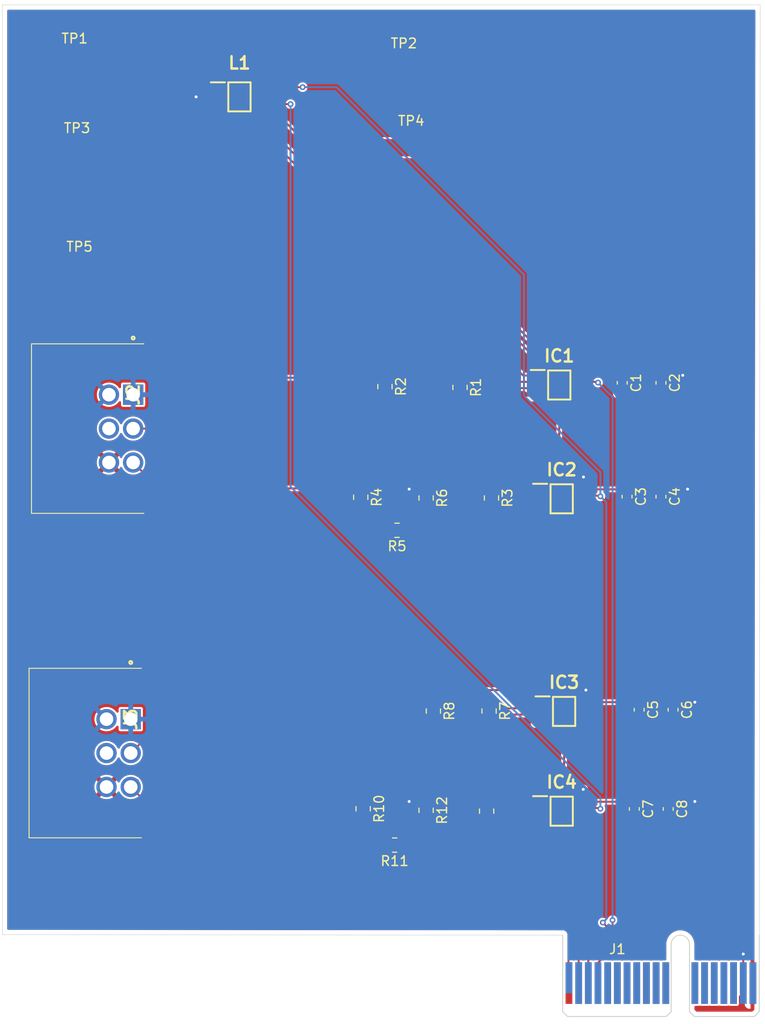
<source format=kicad_pcb>
(kicad_pcb (version 20241229) (generator "pcbnew") (generator_version "9.0")
  (layers (0 "F.Cu" signal) (2 "B.Cu" signal) (13 "F.Paste" user) (15 "B.Paste" user) (5 "F.SilkS" user "F.Silkscreen") (7 "B.SilkS" user "B.Silkscreen") (1 "F.Mask" user) (3 "B.Mask" user) (25 "Edge.Cuts" user))
  (net 0 "")
  (net 1 "GND")
  (net 2 "/V_{ref}")
  (net 3 "+12V")
  (net 4 "/T_{1-}")
  (net 5 "Net-(IC2-+IN)")
  (net 6 "/T_{1out}")
  (net 7 "/+2V5")
  (net 8 "/S_{1+}")
  (net 9 "Net-(IC2-RG_1)")
  (net 10 "Net-(IC3-RG_1)")
  (net 11 "/S_{1out}")
  (net 12 "Net-(IC3-RG_2)")
  (net 13 "Net-(IC2-RG_2)")
  (net 14 "Net-(IC4-RG_2)")
  (net 15 "/S_{2out}")
  (net 16 "/S_{2+}")
  (net 17 "Net-(IC4-RG_1)")
  (net 18 "/T_{2out}")
  (net 19 "/T_{2-}")
  (net 50 "/T_{2test}")
  (net 51 "/S_{1test}")
  (net 52 "/T_{1test}")
  (net 53 "/S_{2test}")
  (net 56 "Net-(IC1-RG_2)")
  (net 57 "Net-(IC1-RG_1)")
  (net 58 "Net-(IC4-+IN)")
  (footprint "Resistor_SMD:R_0805_2012Metric" (layer "F.Cu") (at 128 77.6625 -90)
    (property "Reference" "R3" (at 0 -1.65 270) (layer "F.SilkS"))
    (property "Value" "R_{g2}")
    (fp_line (start -0.227064 0.735) (end 0.227064 0.735) (stroke (width 0.12)) (layer "F.SilkS"))
    (fp_line (start -0.227064 -0.735) (end 0.227064 -0.735) (stroke (width 0.12)) (layer "F.SilkS"))
    (pad "1" smd roundrect (at -0.9125 0 270) (size 1.025 1.4) (layers "F.Cu" "F.Mask" "F.Paste") (roundrect_rratio 0.243902) (net 9 "Net-(IC2-RG_1)"))
    (pad "2" smd roundrect (at 0.9125 0 270) (size 1.025 1.4) (layers "F.Cu" "F.Mask" "F.Paste") (roundrect_rratio 0.243902) (net 13 "Net-(IC2-RG_2)"))
  )
  (footprint "Link Footprints:AD8221TRMZ" (layer "F.Cu") (at 135 66)
    (property "Reference" "IC1" (at 0 -3 0) (layer "F.SilkS") (effects (font (size 1.27 1.27) (thickness 0.254))))
    (property "Value" "AD8221TRMZ-EP" (hide yes))
    (property "Field4" "" (at 0 0 0) (layer "F.SilkS") (effects (font (thickness 0.1))))
    (fp_line (start -2.95 -1.55) (end -1.5 -1.55) (stroke (width 0.2)) (layer "F.SilkS"))
    (fp_line (start -1.15 -1.5) (end 1.15 -1.5) (stroke (width 0.2)) (layer "F.SilkS"))
    (fp_line (start -1.15 1.5) (end -1.15 -1.5) (stroke (width 0.2)) (layer "F.SilkS"))
    (fp_line (start 1.15 -1.5) (end 1.15 1.5) (stroke (width 0.2)) (layer "F.SilkS"))
    (fp_line (start 1.15 1.5) (end -1.15 1.5) (stroke (width 0.2)) (layer "F.SilkS"))
    (pad "1" smd rect (at -2.225 -0.975 90) (size 0.45 1.45) (layers "F.Cu" "F.Mask" "F.Paste") (net 8 "/S_{1+}"))
    (pad "2" smd rect (at -2.225 -0.325 90) (size 0.45 1.45) (layers "F.Cu" "F.Mask" "F.Paste") (net 57 "Net-(IC1-RG_1)"))
    (pad "3" smd rect (at -2.225 0.325 90) (size 0.45 1.45) (layers "F.Cu" "F.Mask" "F.Paste") (net 56 "Net-(IC1-RG_2)"))
    (pad "4" smd rect (at -2.225 0.975 90) (size 0.45 1.45) (layers "F.Cu" "F.Mask" "F.Paste") (net 1 "GND"))
    (pad "5" smd rect (at 2.225 0.975 90) (size 0.45 1.45) (layers "F.Cu" "F.Mask" "F.Paste") (net 1 "GND"))
    (pad "6" smd rect (at 2.225 0.325 90) (size 0.45 1.45) (layers "F.Cu" "F.Mask" "F.Paste") (net 7 "/+2V5"))
    (pad "7" smd rect (at 2.225 -0.325 90) (size 0.45 1.45) (layers "F.Cu" "F.Mask" "F.Paste") (net 11 "/S_{1out}"))
    (pad "8" smd rect (at 2.225 -0.975 90) (size 0.45 1.45) (layers "F.Cu" "F.Mask" "F.Paste") (net 3 "+12V"))
  )
  (footprint "Resistor_SMD:R_0805_2012Metric" (layer "F.Cu") (at 118.25 81 180)
    (property "Reference" "R5" (at 0 -1.65 180) (layer "F.SilkS"))
    (property "Value" "R")
    (fp_line (start -0.227064 0.735) (end 0.227064 0.735) (stroke (width 0.12)) (layer "F.SilkS"))
    (fp_line (start -0.227064 -0.735) (end 0.227064 -0.735) (stroke (width 0.12)) (layer "F.SilkS"))
    (pad "1" smd roundrect (at -0.9125 0 180) (size 1.025 1.4) (layers "F.Cu" "F.Mask" "F.Paste") (roundrect_rratio 0.243902) (net 5 "Net-(IC2-+IN)"))
    (pad "2" smd roundrect (at 0.9125 0 180) (size 1.025 1.4) (layers "F.Cu" "F.Mask" "F.Paste") (roundrect_rratio 0.243902) (net 1 "GND"))
  )
  (footprint "Connector_PCBEdge:BUS_PCIexpress_x1" (layer "F.Cu") (at 136 127.75)
    (property "Reference" "J1" (at 5 -3.5 0) (layer "F.SilkS"))
    (property "Value" "PCIE-036-02-X-D-TH")
    (fp_line (start -0.65 -4.95) (end -0.65 2.95) (stroke (width 0.1)) (layer "Edge.Cuts"))
    (fp_line (start -0.65 2.95) (end -0.15 3.45) (stroke (width 0.1)) (layer "Edge.Cuts"))
    (fp_line (start -0.15 3.45) (end 10.05 3.45) (stroke (width 0.1)) (layer "Edge.Cuts"))
    (fp_line (start 10.55 -4) (end 10.55 2.95) (stroke (width 0.1)) (layer "Edge.Cuts"))
    (fp_line (start 10.55 2.95) (end 10.05 3.45) (stroke (width 0.1)) (layer "Edge.Cuts"))
    (fp_line (start 12.45 -4) (end 12.45 2.95) (stroke (width 0.1)) (layer "Edge.Cuts"))
    (fp_line (start 12.45 2.95) (end 12.95 3.45) (stroke (width 0.1)) (layer "Edge.Cuts"))
    (fp_line (start 12.95 3.45) (end 19.15 3.45) (stroke (width 0.1)) (layer "Edge.Cuts"))
    (fp_line (start 19.65 -4.95) (end 19.65 2.95) (stroke (width 0.1)) (layer "Edge.Cuts"))
    (fp_line (start 19.65 2.95) (end 19.15 3.45) (stroke (width 0.1)) (layer "Edge.Cuts"))
    (fp_arc (start 10.55 -4) (mid 11.5 -4.95) (end 12.45 -4) (stroke (width 0.1)) (layer "Edge.Cuts"))
    (pad "A1" connect rect (at 0 -0.55) (size 0.7 3.2) (layers "B.Cu" "B.Mask"))
    (pad "A2" connect rect (at 1 0) (size 0.7 4.3) (layers "B.Cu" "B.Mask"))
    (pad "A3" connect rect (at 2 0) (size 0.7 4.3) (layers "B.Cu" "B.Mask"))
    (pad "A4" connect rect (at 3 0) (size 0.7 4.3) (layers "B.Cu" "B.Mask"))
    (pad "A5" connect rect (at 4 0) (size 0.7 4.3) (layers "B.Cu" "B.Mask"))
    (pad "A6" connect rect (at 5 0) (size 0.7 4.3) (layers "B.Cu" "B.Mask"))
    (pad "A7" connect rect (at 6 0) (size 0.7 4.3) (layers "B.Cu" "B.Mask"))
    (pad "A8" connect rect (at 7 0) (size 0.7 4.3) (layers "B.Cu" "B.Mask"))
    (pad "A9" connect rect (at 8 0) (size 0.7 4.3) (layers "B.Cu" "B.Mask"))
    (pad "A10" connect rect (at 9 0) (size 0.7 4.3) (layers "B.Cu" "B.Mask"))
    (pad "A11" connect rect (at 10 0) (size 0.7 4.3) (layers "B.Cu" "B.Mask"))
    (pad "A12" connect rect (at 13 0) (size 0.7 4.3) (layers "B.Cu" "B.Mask"))
    (pad "A13" connect rect (at 14 0) (size 0.7 4.3) (layers "B.Cu" "B.Mask"))
    (pad "A14" connect rect (at 15 0) (size 0.7 4.3) (layers "B.Cu" "B.Mask"))
    (pad "A15" connect rect (at 16 0) (size 0.7 4.3) (layers "B.Cu" "B.Mask"))
    (pad "A16" connect rect (at 17 0) (size 0.7 4.3) (layers "B.Cu" "B.Mask"))
    (pad "A17" connect rect (at 18 0) (size 0.7 4.3) (layers "B.Cu" "B.Mask"))
    (pad "A18" connect rect (at 19 0) (size 0.7 4.3) (layers "B.Cu" "B.Mask"))
    (pad "B1" connect rect (at 0 0) (size 0.7 4.3) (layers "F.Cu" "F.Mask") (net 15 "/S_{2out}"))
    (pad "B2" connect rect (at 1 0) (size 0.7 4.3) (layers "F.Cu" "F.Mask") (net 18 "/T_{2out}"))
    (pad "B3" connect rect (at 2 0) (size 0.7 4.3) (layers "F.Cu" "F.Mask") (net 6 "/T_{1out}"))
    (pad "B4" connect rect (at 3 0) (size 0.7 4.3) (layers "F.Cu" "F.Mask") (net 11 "/S_{1out}"))
    (pad "B5" connect rect (at 4 0) (size 0.7 4.3) (layers "F.Cu" "F.Mask"))
    (pad "B6" connect rect (at 5 0) (size 0.7 4.3) (layers "F.Cu" "F.Mask"))
    (pad "B7" connect rect (at 6 0) (size 0.7 4.3) (layers "F.Cu" "F.Mask"))
    (pad "B8" connect rect (at 7 0) (size 0.7 4.3) (layers "F.Cu" "F.Mask"))
    (pad "B9" connect rect (at 8 0) (size 0.7 4.3) (layers "F.Cu" "F.Mask"))
    (pad "B10" connect rect (at 9 0) (size 0.7 4.3) (layers "F.Cu" "F.Mask"))
    (pad "B11" connect rect (at 10 0) (size 0.7 4.3) (layers "F.Cu" "F.Mask"))
    (pad "B12" connect rect (at 13 0) (size 0.7 4.3) (layers "F.Cu" "F.Mask"))
    (pad "B13" connect rect (at 14 0) (size 0.7 4.3) (layers "F.Cu" "F.Mask"))
    (pad "B14" connect rect (at 15 0) (size 0.7 4.3) (layers "F.Cu" "F.Mask"))
    (pad "B15" connect rect (at 16 0) (size 0.7 4.3) (layers "F.Cu" "F.Mask"))
    (pad "B16" connect rect (at 17 0) (size 0.7 4.3) (layers "F.Cu" "F.Mask"))
    (pad "B17" connect rect (at 18 -0.55) (size 0.7 3.2) (layers "F.Cu" "F.Mask") (net 3 "+12V"))
    (pad "B18" connect rect (at 19 0) (size 0.7 4.3) (layers "F.Cu" "F.Mask") (net 1 "GND"))
  )
  (footprint "Link Footprints:Keystone_5017" (layer "F.Cu") (at 117.75 33.5)
    (property "Reference" "TP2" (at 1.21 -2.775 0) (layer "F.SilkS"))
    (property "Value" "T1")
    (pad "TP" smd rect (at 0 0) (size 3.43 1.78) (layers "F.Cu" "F.Mask" "F.Paste"))
  )
  (footprint "Capacitor_SMD:C_0603_1608Metric" (layer "F.Cu") (at 146.75 99.525 -90)
    (property "Reference" "C6" (at 0 -1.43 90) (layer "F.SilkS"))
    (property "Value" "10 uF")
    (fp_line (start -0.14058 0.51) (end 0.14058 0.51) (stroke (width 0.12)) (layer "F.SilkS"))
    (fp_line (start -0.14058 -0.51) (end 0.14058 -0.51) (stroke (width 0.12)) (layer "F.SilkS"))
    (pad "1" smd roundrect (at -0.775 0 270) (size 0.9 0.95) (layers "F.Cu" "F.Mask" "F.Paste") (net 3 "+12V"))
    (pad "2" smd roundrect (at 0.775 0 270) (size 0.9 0.95) (layers "F.Cu" "F.Mask" "F.Paste") (net 1 "GND"))
  )
  (footprint "Link Footprints:AD8244ARMZ" (layer "F.Cu") (at 101.975 36.25)
    (property "Reference" "L1" (at 0 -3.5 0) (layer "F.SilkS") (effects (font (size 1.27 1.27) (thickness 0.254))))
    (property "Value" "AD8244ARMZ" (hide yes))
    (fp_line (start -2.95 -1.5) (end -1.5 -1.5) (stroke (width 0.2)) (layer "F.SilkS"))
    (fp_line (start -1.15 -1.5) (end 1.15 -1.5) (stroke (width 0.2)) (layer "F.SilkS"))
    (fp_line (start -1.15 1.5) (end -1.15 -1.5) (stroke (width 0.2)) (layer "F.SilkS"))
    (fp_line (start 1.15 -1.5) (end 1.15 1.5) (stroke (width 0.2)) (layer "F.SilkS"))
    (fp_line (start 1.15 1.5) (end -1.15 1.5) (stroke (width 0.2)) (layer "F.SilkS"))
    (pad "1" smd rect (at -2.225 -1 90) (size 0.3 1.45) (layers "F.Cu" "F.Mask" "F.Paste") (net 11 "/S_{1out}"))
    (pad "2" smd rect (at -2.225 -0.5 90) (size 0.3 1.45) (layers "F.Cu" "F.Mask" "F.Paste") (net 51 "/S_{1test}"))
    (pad "3" smd rect (at -2.225 0 90) (size 0.3 1.45) (layers "F.Cu" "F.Mask" "F.Paste") (net 3 "+12V"))
    (pad "4" smd rect (at -2.225 0.5 90) (size 0.3 1.45) (layers "F.Cu" "F.Mask" "F.Paste") (net 53 "/S_{2test}"))
    (pad "5" smd rect (at -2.225 1 90) (size 0.3 1.45) (layers "F.Cu" "F.Mask" "F.Paste") (net 15 "/S_{2out}"))
    (pad "6" smd rect (at 2.225 1 90) (size 0.3 1.45) (layers "F.Cu" "F.Mask" "F.Paste") (net 50 "/T_{2test}"))
    (pad "7" smd rect (at 2.225 0.5 90) (size 0.3 1.45) (layers "F.Cu" "F.Mask" "F.Paste") (net 18 "/T_{2out}"))
    (pad "8" smd rect (at 2.225 0 90) (size 0.3 1.45) (layers "F.Cu" "F.Mask" "F.Paste") (net 1 "GND"))
    (pad "9" smd rect (at 2.225 -0.5 90) (size 0.3 1.45) (layers "F.Cu" "F.Mask" "F.Paste") (net 6 "/T_{1out}"))
    (pad "10" smd rect (at 2.225 -1 90) (size 0.3 1.45) (layers "F.Cu" "F.Mask" "F.Paste") (net 52 "/T_{1test}"))
  )
  (footprint "Resistor_SMD:R_0805_2012Metric" (layer "F.Cu") (at 121.25 109.9125 -90)
    (property "Reference" "R12" (at 0 -1.65 270) (layer "F.SilkS"))
    (property "Value" "R")
    (fp_line (start -0.227064 0.735) (end 0.227064 0.735) (stroke (width 0.12)) (layer "F.SilkS"))
    (fp_line (start -0.227064 -0.735) (end 0.227064 -0.735) (stroke (width 0.12)) (layer "F.SilkS"))
    (pad "1" smd roundrect (at -0.9125 0 270) (size 1.025 1.4) (layers "F.Cu" "F.Mask" "F.Paste") (roundrect_rratio 0.243902) (net 3 "+12V"))
    (pad "2" smd roundrect (at 0.9125 0 270) (size 1.025 1.4) (layers "F.Cu" "F.Mask" "F.Paste") (roundrect_rratio 0.243902) (net 58 "Net-(IC4-+IN)"))
  )
  (footprint "Resistor_SMD:R_0805_2012Metric" (layer "F.Cu") (at 122 99.6625 -90)
    (property "Reference" "R8" (at 0 -1.65 270) (layer "F.SilkS"))
    (property "Value" "R_{shunt}")
    (fp_line (start -0.227064 0.735) (end 0.227064 0.735) (stroke (width 0.12)) (layer "F.SilkS"))
    (fp_line (start -0.227064 -0.735) (end 0.227064 -0.735) (stroke (width 0.12)) (layer "F.SilkS"))
    (pad "1" smd roundrect (at -0.9125 0 270) (size 1.025 1.4) (layers "F.Cu" "F.Mask" "F.Paste") (roundrect_rratio 0.243902) (net 16 "/S_{2+}"))
    (pad "2" smd roundrect (at 0.9125 0 270) (size 1.025 1.4) (layers "F.Cu" "F.Mask" "F.Paste") (roundrect_rratio 0.243902) (net 1 "GND"))
  )
  (footprint "Resistor_SMD:R_0805_2012Metric" (layer "F.Cu") (at 127.5 110 -90)
    (property "Reference" "R9" (hide yes))
    (property "Value" "R_{g4}")
    (fp_line (start -0.227064 0.735) (end 0.227064 0.735) (stroke (width 0.12)) (layer "F.SilkS"))
    (fp_line (start -0.227064 -0.735) (end 0.227064 -0.735) (stroke (width 0.12)) (layer "F.SilkS"))
    (pad "1" smd roundrect (at -0.9125 0 270) (size 1.025 1.4) (layers "F.Cu" "F.Mask" "F.Paste") (roundrect_rratio 0.243902) (net 17 "Net-(IC4-RG_1)"))
    (pad "2" smd roundrect (at 0.9125 0 270) (size 1.025 1.4) (layers "F.Cu" "F.Mask" "F.Paste") (roundrect_rratio 0.243902) (net 14 "Net-(IC4-RG_2)"))
  )
  (footprint "Link Footprints:AD8221TRMZ" (layer "F.Cu") (at 135.5 99.7)
    (property "Reference" "IC3" (at 0 -3 0) (layer "F.SilkS") (effects (font (size 1.27 1.27) (thickness 0.254))))
    (property "Value" "AD8221TRMZ-EP" (hide yes))
    (property "Field4" "" (at 0 0 0) (layer "F.SilkS") (effects (font (thickness 0.1))))
    (fp_line (start -2.95 -1.55) (end -1.5 -1.55) (stroke (width 0.2)) (layer "F.SilkS"))
    (fp_line (start -1.15 -1.5) (end 1.15 -1.5) (stroke (width 0.2)) (layer "F.SilkS"))
    (fp_line (start -1.15 1.5) (end -1.15 -1.5) (stroke (width 0.2)) (layer "F.SilkS"))
    (fp_line (start 1.15 -1.5) (end 1.15 1.5) (stroke (width 0.2)) (layer "F.SilkS"))
    (fp_line (start 1.15 1.5) (end -1.15 1.5) (stroke (width 0.2)) (layer "F.SilkS"))
    (pad "1" smd rect (at -2.225 -0.975 90) (size 0.45 1.45) (layers "F.Cu" "F.Mask" "F.Paste") (net 16 "/S_{2+}"))
    (pad "2" smd rect (at -2.225 -0.325 90) (size 0.45 1.45) (layers "F.Cu" "F.Mask" "F.Paste") (net 10 "Net-(IC3-RG_1)"))
    (pad "3" smd rect (at -2.225 0.325 90) (size 0.45 1.45) (layers "F.Cu" "F.Mask" "F.Paste") (net 12 "Net-(IC3-RG_2)"))
    (pad "4" smd rect (at -2.225 0.975 90) (size 0.45 1.45) (layers "F.Cu" "F.Mask" "F.Paste") (net 1 "GND"))
    (pad "5" smd rect (at 2.225 0.975 90) (size 0.45 1.45) (layers "F.Cu" "F.Mask" "F.Paste") (net 1 "GND"))
    (pad "6" smd rect (at 2.225 0.325 90) (size 0.45 1.45) (layers "F.Cu" "F.Mask" "F.Paste") (net 7 "/+2V5"))
    (pad "7" smd rect (at 2.225 -0.325 90) (size 0.45 1.45) (layers "F.Cu" "F.Mask" "F.Paste") (net 15 "/S_{2out}"))
    (pad "8" smd rect (at 2.225 -0.975 90) (size 0.45 1.45) (layers "F.Cu" "F.Mask" "F.Paste") (net 3 "+12V"))
  )
  (footprint "Resistor_SMD:R_0805_2012Metric" (layer "F.Cu") (at 114.75 109.75 -90)
    (property "Reference" "R10" (at 0 -1.65 270) (layer "F.SilkS"))
    (property "Value" "R")
    (fp_line (start -0.227064 0.735) (end 0.227064 0.735) (stroke (width 0.12)) (layer "F.SilkS"))
    (fp_line (start -0.227064 -0.735) (end 0.227064 -0.735) (stroke (width 0.12)) (layer "F.SilkS"))
    (pad "1" smd roundrect (at -0.9125 0 270) (size 1.025 1.4) (layers "F.Cu" "F.Mask" "F.Paste") (roundrect_rratio 0.243902) (net 19 "/T_{2-}"))
    (pad "2" smd roundrect (at 0.9125 0 270) (size 1.025 1.4) (layers "F.Cu" "F.Mask" "F.Paste") (roundrect_rratio 0.243902) (net 1 "GND"))
  )
  (footprint "Resistor_SMD:R_0805_2012Metric" (layer "F.Cu") (at 121.25 77.6625 -90)
    (property "Reference" "R6" (at 0 -1.65 270) (layer "F.SilkS"))
    (property "Value" "R")
    (fp_line (start -0.227064 0.735) (end 0.227064 0.735) (stroke (width 0.12)) (layer "F.SilkS"))
    (fp_line (start -0.227064 -0.735) (end 0.227064 -0.735) (stroke (width 0.12)) (layer "F.SilkS"))
    (pad "1" smd roundrect (at -0.9125 0 270) (size 1.025 1.4) (layers "F.Cu" "F.Mask" "F.Paste") (roundrect_rratio 0.243902) (net 3 "+12V"))
    (pad "2" smd roundrect (at 0.9125 0 270) (size 1.025 1.4) (layers "F.Cu" "F.Mask" "F.Paste") (roundrect_rratio 0.243902) (net 5 "Net-(IC2-+IN)"))
  )
  (footprint "Capacitor_SMD:C_0603_1608Metric" (layer "F.Cu") (at 145.5 77.525 -90)
    (property "Reference" "C4" (at 0 -1.43 90) (layer "F.SilkS"))
    (property "Value" "10 uF")
    (fp_line (start -0.14058 0.51) (end 0.14058 0.51) (stroke (width 0.12)) (layer "F.SilkS"))
    (fp_line (start -0.14058 -0.51) (end 0.14058 -0.51) (stroke (width 0.12)) (layer "F.SilkS"))
    (pad "1" smd roundrect (at -0.775 0 270) (size 0.9 0.95) (layers "F.Cu" "F.Mask" "F.Paste") (net 3 "+12V"))
    (pad "2" smd roundrect (at 0.775 0 270) (size 0.9 0.95) (layers "F.Cu" "F.Mask" "F.Paste") (net 1 "GND"))
  )
  (footprint "Resistor_SMD:R_0805_2012Metric" (layer "F.Cu") (at 117 66.1625 -90)
    (property "Reference" "R2" (at 0 -1.65 270) (layer "F.SilkS"))
    (property "Value" "R_{shunt}")
    (fp_line (start -0.227064 0.735) (end 0.227064 0.735) (stroke (width 0.12)) (layer "F.SilkS"))
    (fp_line (start -0.227064 -0.735) (end 0.227064 -0.735) (stroke (width 0.12)) (layer "F.SilkS"))
    (pad "1" smd roundrect (at -0.9125 0 270) (size 1.025 1.4) (layers "F.Cu" "F.Mask" "F.Paste") (roundrect_rratio 0.243902) (net 8 "/S_{1+}"))
    (pad "2" smd roundrect (at 0.9125 0 270) (size 1.025 1.4) (layers "F.Cu" "F.Mask" "F.Paste") (roundrect_rratio 0.243902) (net 1 "GND"))
  )
  (footprint "Capacitor_SMD:C_0603_1608Metric" (layer "F.Cu") (at 141.5 65.775 -90)
    (property "Reference" "C1" (at 0 -1.43 270) (layer "F.SilkS"))
    (property "Value" "0.1 uF")
    (fp_line (start -0.14058 0.51) (end 0.14058 0.51) (stroke (width 0.12)) (layer "F.SilkS"))
    (fp_line (start -0.14058 -0.51) (end 0.14058 -0.51) (stroke (width 0.12)) (layer "F.SilkS"))
    (pad "1" smd roundrect (at -0.775 0 270) (size 0.9 0.95) (layers "F.Cu" "F.Mask" "F.Paste") (net 3 "+12V"))
    (pad "2" smd roundrect (at 0.775 0 270) (size 0.9 0.95) (layers "F.Cu" "F.Mask" "F.Paste") (net 1 "GND"))
  )
  (footprint "Resistor_SMD:R_0805_2012Metric" (layer "F.Cu") (at 118 113.5 180)
    (property "Reference" "R11" (at 0 -1.65 180) (layer "F.SilkS"))
    (property "Value" "R")
    (fp_line (start -0.227064 0.735) (end 0.227064 0.735) (stroke (width 0.12)) (layer "F.SilkS"))
    (fp_line (start -0.227064 -0.735) (end 0.227064 -0.735) (stroke (width 0.12)) (layer "F.SilkS"))
    (pad "1" smd roundrect (at -0.9125 0 180) (size 1.025 1.4) (layers "F.Cu" "F.Mask" "F.Paste") (roundrect_rratio 0.243902) (net 58 "Net-(IC4-+IN)"))
    (pad "2" smd roundrect (at 0.9125 0 180) (size 1.025 1.4) (layers "F.Cu" "F.Mask" "F.Paste") (roundrect_rratio 0.243902) (net 1 "GND"))
  )
  (footprint "Resistor_SMD:R_0805_2012Metric" (layer "F.Cu") (at 127.75 99.6625 -90)
    (property "Reference" "R7" (at 0 -1.65 270) (layer "F.SilkS"))
    (property "Value" "R_{g3}")
    (fp_line (start -0.227064 0.735) (end 0.227064 0.735) (stroke (width 0.12)) (layer "F.SilkS"))
    (fp_line (start -0.227064 -0.735) (end 0.227064 -0.735) (stroke (width 0.12)) (layer "F.SilkS"))
    (pad "1" smd roundrect (at -0.9125 0 270) (size 1.025 1.4) (layers "F.Cu" "F.Mask" "F.Paste") (roundrect_rratio 0.243902) (net 10 "Net-(IC3-RG_1)"))
    (pad "2" smd roundrect (at 0.9125 0 270) (size 1.025 1.4) (layers "F.Cu" "F.Mask" "F.Paste") (roundrect_rratio 0.243902) (net 12 "Net-(IC3-RG_2)"))
  )
  (footprint "Link Footprints:Keystone_5017" (layer "F.Cu") (at 83.75 33)
    (property "Reference" "TP1" (at 1.21 -2.775 0) (layer "F.SilkS"))
    (property "Value" "S1")
    (pad "TP" smd rect (at 0 0) (size 3.43 1.78) (layers "F.Cu" "F.Mask" "F.Paste"))
  )
  (footprint "Link Footprints:AD8221TRMZ" (layer "F.Cu") (at 135.25 77.75)
    (property "Reference" "IC2" (at 0 -3 0) (layer "F.SilkS") (effects (font (size 1.27 1.27) (thickness 0.254))))
    (property "Value" "AD8221TRMZ-EP" (hide yes))
    (property "Field4" "" (at 0 0 0) (layer "F.SilkS") (effects (font (thickness 0.1))))
    (fp_line (start -2.95 -1.55) (end -1.5 -1.55) (stroke (width 0.2)) (layer "F.SilkS"))
    (fp_line (start -1.15 -1.5) (end 1.15 -1.5) (stroke (width 0.2)) (layer "F.SilkS"))
    (fp_line (start -1.15 1.5) (end -1.15 -1.5) (stroke (width 0.2)) (layer "F.SilkS"))
    (fp_line (start 1.15 -1.5) (end 1.15 1.5) (stroke (width 0.2)) (layer "F.SilkS"))
    (fp_line (start 1.15 1.5) (end -1.15 1.5) (stroke (width 0.2)) (layer "F.SilkS"))
    (pad "1" smd rect (at -2.225 -0.975 90) (size 0.45 1.45) (layers "F.Cu" "F.Mask" "F.Paste") (net 4 "/T_{1-}"))
    (pad "2" smd rect (at -2.225 -0.325 90) (size 0.45 1.45) (layers "F.Cu" "F.Mask" "F.Paste") (net 9 "Net-(IC2-RG_1)"))
    (pad "3" smd rect (at -2.225 0.325 90) (size 0.45 1.45) (layers "F.Cu" "F.Mask" "F.Paste") (net 13 "Net-(IC2-RG_2)"))
    (pad "4" smd rect (at -2.225 0.975 90) (size 0.45 1.45) (layers "F.Cu" "F.Mask" "F.Paste") (net 5 "Net-(IC2-+IN)"))
    (pad "5" smd rect (at 2.225 0.975 90) (size 0.45 1.45) (layers "F.Cu" "F.Mask" "F.Paste") (net 1 "GND"))
    (pad "6" smd rect (at 2.225 0.325 90) (size 0.45 1.45) (layers "F.Cu" "F.Mask" "F.Paste") (net 2 "/V_{ref}"))
    (pad "7" smd rect (at 2.225 -0.325 90) (size 0.45 1.45) (layers "F.Cu" "F.Mask" "F.Paste") (net 6 "/T_{1out}"))
    (pad "8" smd rect (at 2.225 -0.975 90) (size 0.45 1.45) (layers "F.Cu" "F.Mask" "F.Paste") (net 3 "+12V"))
  )
  (footprint "Link Footprints:Keystone_5017" (layer "F.Cu") (at 84 42.25)
    (property "Reference" "TP3" (at 1.21 -2.775 0) (layer "F.SilkS"))
    (property "Value" "S2")
    (pad "TP" smd rect (at 0 0) (size 3.43 1.78) (layers "F.Cu" "F.Mask" "F.Paste"))
  )
  (footprint "Resistor_SMD:R_0805_2012Metric" (layer "F.Cu") (at 124.75 66.25 -90)
    (property "Reference" "R1" (at 0 -1.65 270) (layer "F.SilkS"))
    (property "Value" "R_{g1}")
    (fp_line (start -0.227064 0.735) (end 0.227064 0.735) (stroke (width 0.12)) (layer "F.SilkS"))
    (fp_line (start -0.227064 -0.735) (end 0.227064 -0.735) (stroke (width 0.12)) (layer "F.SilkS"))
    (pad "1" smd roundrect (at -0.9125 0 270) (size 1.025 1.4) (layers "F.Cu" "F.Mask" "F.Paste") (roundrect_rratio 0.243902) (net 57 "Net-(IC1-RG_1)"))
    (pad "2" smd roundrect (at 0.9125 0 270) (size 1.025 1.4) (layers "F.Cu" "F.Mask" "F.Paste") (roundrect_rratio 0.243902) (net 56 "Net-(IC1-RG_2)"))
  )
  (footprint "Link Footprints:Keystone_5017" (layer "F.Cu") (at 84.25 54.5)
    (property "Reference" "TP5" (at 1.21 -2.775 0) (layer "F.SilkS"))
    (property "Value" "GND")
    (pad "TP" smd rect (at 0 0) (size 3.43 1.78) (layers "F.Cu" "F.Mask" "F.Paste"))
  )
  (footprint "Link Footprints:Keystone_5017" (layer "F.Cu") (at 118.5 41.5)
    (property "Reference" "TP4" (at 1.21 -2.775 0) (layer "F.SilkS"))
    (property "Value" "T2")
    (pad "TP" smd rect (at 0 0) (size 3.43 1.78) (layers "F.Cu" "F.Mask" "F.Paste"))
  )
  (footprint "Capacitor_SMD:C_0603_1608Metric" (layer "F.Cu") (at 142 77.525 -90)
    (property "Reference" "C3" (at 0 -1.43 90) (layer "F.SilkS"))
    (property "Value" "0.1 uF")
    (fp_line (start -0.14058 0.51) (end 0.14058 0.51) (stroke (width 0.12)) (layer "F.SilkS"))
    (fp_line (start -0.14058 -0.51) (end 0.14058 -0.51) (stroke (width 0.12)) (layer "F.SilkS"))
    (pad "1" smd roundrect (at -0.775 0 270) (size 0.9 0.95) (layers "F.Cu" "F.Mask" "F.Paste") (net 3 "+12V"))
    (pad "2" smd roundrect (at 0.775 0 270) (size 0.9 0.95) (layers "F.Cu" "F.Mask" "F.Paste") (net 1 "GND"))
  )
  (footprint "Capacitor_SMD:C_0603_1608Metric" (layer "F.Cu") (at 146.25 109.775 -90)
    (property "Reference" "C8" (at 0 -1.43 90) (layer "F.SilkS"))
    (property "Value" "10 uF")
    (fp_line (start -0.14058 0.51) (end 0.14058 0.51) (stroke (width 0.12)) (layer "F.SilkS"))
    (fp_line (start -0.14058 -0.51) (end 0.14058 -0.51) (stroke (width 0.12)) (layer "F.SilkS"))
    (pad "1" smd roundrect (at -0.775 0 270) (size 0.9 0.95) (layers "F.Cu" "F.Mask" "F.Paste") (net 3 "+12V"))
    (pad "2" smd roundrect (at 0.775 0 270) (size 0.9 0.95) (layers "F.Cu" "F.Mask" "F.Paste") (net 1 "GND"))
  )
  (footprint "Capacitor_SMD:C_0603_1608Metric" (layer "F.Cu") (at 143.25 99.525 -90)
    (property "Reference" "C5" (at 0 -1.43 90) (layer "F.SilkS"))
    (property "Value" "0.1 uF")
    (fp_line (start -0.14058 0.51) (end 0.14058 0.51) (stroke (width 0.12)) (layer "F.SilkS"))
    (fp_line (start -0.14058 -0.51) (end 0.14058 -0.51) (stroke (width 0.12)) (layer "F.SilkS"))
    (pad "1" smd roundrect (at -0.775 0 270) (size 0.9 0.95) (layers "F.Cu" "F.Mask" "F.Paste") (net 3 "+12V"))
    (pad "2" smd roundrect (at 0.775 0 270) (size 0.9 0.95) (layers "F.Cu" "F.Mask" "F.Paste") (net 1 "GND"))
  )
  (footprint "Link Footprints:PC-1818517" (layer "F.Cu") (at 91 67 -90)
    (property "Reference" "J2" (at 0 0 90) (layer "F.SilkS") (effects (font (size 1.27 1.27) (thickness 0.254))))
    (property "Value" "Conn_02x03_Odd_Even" (hide yes))
    (fp_line (start -5.25 10.5) (end -5.25 -1.1) (stroke (width 0.1)) (layer "F.SilkS"))
    (fp_line (start 12.25 10.5) (end -5.25 10.5) (stroke (width 0.1)) (layer "F.SilkS"))
    (fp_line (start 12.25 -1.1) (end 12.25 10.5) (stroke (width 0.1)) (layer "F.SilkS"))
    (fp_circle (center -5.85 0) (end -5.85 0.05) (stroke (width 0.2)) (fill no) (layer "F.SilkS"))
    (pad "1" thru_hole rect (at 0 0 270) (size 2.1 2.1) (drill 1.4) (layers "*.Cu" "*.Mask") (net 3 "+12V"))
    (pad "2" thru_hole circle (at 3.5 0 270) (size 2.1 2.1) (drill 1.4) (layers "*.Cu" "*.Mask") (net 8 "/S_{1+}"))
    (pad "3" thru_hole circle (at 7 0 270) (size 2.1 2.1) (drill 1.4) (layers "*.Cu" "*.Mask") (net 4 "/T_{1-}"))
    (pad "4" thru_hole circle (at 0 2.5 270) (size 2.1 2.1) (drill 1.4) (layers "*.Cu" "*.Mask") (net 3 "+12V"))
    (pad "5" thru_hole circle (at 3.5 2.5 270) (size 2.1 2.1) (drill 1.4) (layers "*.Cu" "*.Mask"))
    (pad "6" thru_hole circle (at 7 2.5 270) (size 2.1 2.1) (drill 1.4) (layers "*.Cu" "*.Mask") (net 1 "GND"))
  )
  (footprint "Resistor_SMD:R_0805_2012Metric" (layer "F.Cu") (at 114.5 77.5875 -90)
    (property "Reference" "R4" (at 0 -1.65 270) (layer "F.SilkS"))
    (property "Value" "R")
    (fp_line (start -0.227064 0.735) (end 0.227064 0.735) (stroke (width 0.12)) (layer "F.SilkS"))
    (fp_line (start -0.227064 -0.735) (end 0.227064 -0.735) (stroke (width 0.12)) (layer "F.SilkS"))
    (pad "1" smd roundrect (at -0.9125 0 270) (size 1.025 1.4) (layers "F.Cu" "F.Mask" "F.Paste") (roundrect_rratio 0.243902) (net 4 "/T_{1-}"))
    (pad "2" smd roundrect (at 0.9125 0 270) (size 1.025 1.4) (layers "F.Cu" "F.Mask" "F.Paste") (roundrect_rratio 0.243902) (net 1 "GND"))
  )
  (footprint "Capacitor_SMD:C_0603_1608Metric" (layer "F.Cu") (at 145.5 65.775 -90)
    (property "Reference" "C2" (at 0 -1.43 270) (layer "F.SilkS"))
    (property "Value" "10 uF")
    (fp_line (start -0.14058 0.51) (end 0.14058 0.51) (stroke (width 0.12)) (layer "F.SilkS"))
    (fp_line (start -0.14058 -0.51) (end 0.14058 -0.51) (stroke (width 0.12)) (layer "F.SilkS"))
    (pad "1" smd roundrect (at -0.775 0 270) (size 0.9 0.95) (layers "F.Cu" "F.Mask" "F.Paste") (net 3 "+12V"))
    (pad "2" smd roundrect (at 0.775 0 270) (size 0.9 0.95) (layers "F.Cu" "F.Mask" "F.Paste") (net 1 "GND"))
  )
  (footprint "Capacitor_SMD:C_0603_1608Metric" (layer "F.Cu") (at 142.75 109.775 -90)
    (property "Reference" "C7" (at 0 -1.43 90) (layer "F.SilkS"))
    (property "Value" "0.1 uF")
    (fp_line (start -0.14058 0.51) (end 0.14058 0.51) (stroke (width 0.12)) (layer "F.SilkS"))
    (fp_line (start -0.14058 -0.51) (end 0.14058 -0.51) (stroke (width 0.12)) (layer "F.SilkS"))
    (pad "1" smd roundrect (at -0.775 0 270) (size 0.9 0.95) (layers "F.Cu" "F.Mask" "F.Paste") (net 3 "+12V"))
    (pad "2" smd roundrect (at 0.775 0 270) (size 0.9 0.95) (layers "F.Cu" "F.Mask" "F.Paste") (net 1 "GND"))
  )
  (footprint "Link Footprints:AD8221TRMZ" (layer "F.Cu") (at 135.25 110)
    (property "Reference" "IC4" (at 0 -3 0) (layer "F.SilkS") (effects (font (size 1.27 1.27) (thickness 0.254))))
    (property "Value" "AD8221TRMZ-EP" (hide yes))
    (property "Field4" "" (at 0 0 0) (layer "F.SilkS") (effects (font (thickness 0.1))))
    (fp_line (start -2.95 -1.55) (end -1.5 -1.55) (stroke (width 0.2)) (layer "F.SilkS"))
    (fp_line (start -1.15 -1.5) (end 1.15 -1.5) (stroke (width 0.2)) (layer "F.SilkS"))
    (fp_line (start -1.15 1.5) (end -1.15 -1.5) (stroke (width 0.2)) (layer "F.SilkS"))
    (fp_line (start 1.15 -1.5) (end 1.15 1.5) (stroke (width 0.2)) (layer "F.SilkS"))
    (fp_line (start 1.15 1.5) (end -1.15 1.5) (stroke (width 0.2)) (layer "F.SilkS"))
    (pad "1" smd rect (at -2.225 -0.975 90) (size 0.45 1.45) (layers "F.Cu" "F.Mask" "F.Paste") (net 19 "/T_{2-}"))
    (pad "2" smd rect (at -2.225 -0.325 90) (size 0.45 1.45) (layers "F.Cu" "F.Mask" "F.Paste") (net 17 "Net-(IC4-RG_1)"))
    (pad "3" smd rect (at -2.225 0.325 90) (size 0.45 1.45) (layers "F.Cu" "F.Mask" "F.Paste") (net 14 "Net-(IC4-RG_2)"))
    (pad "4" smd rect (at -2.225 0.975 90) (size 0.45 1.45) (layers "F.Cu" "F.Mask" "F.Paste") (net 58 "Net-(IC4-+IN)"))
    (pad "5" smd rect (at 2.225 0.975 90) (size 0.45 1.45) (layers "F.Cu" "F.Mask" "F.Paste") (net 1 "GND"))
    (pad "6" smd rect (at 2.225 0.325 90) (size 0.45 1.45) (layers "F.Cu" "F.Mask" "F.Paste") (net 2 "/V_{ref}"))
    (pad "7" smd rect (at 2.225 -0.325 90) (size 0.45 1.45) (layers "F.Cu" "F.Mask" "F.Paste") (net 18 "/T_{2out}"))
    (pad "8" smd rect (at 2.225 -0.975 90) (size 0.45 1.45) (layers "F.Cu" "F.Mask" "F.Paste") (net 3 "+12V"))
  )
  (footprint "Link Footprints:PC-1818517" (layer "F.Cu") (at 90.75 100.5 -90)
    (property "Reference" "J3" (at 0 0 270) (layer "F.SilkS") (effects (font (size 1.27 1.27) (thickness 0.254))))
    (property "Value" "Conn_02x03_Odd_Even" (hide yes))
    (fp_line (start -5.25 10.5) (end -5.25 -1.1) (stroke (width 0.1)) (layer "F.SilkS"))
    (fp_line (start 12.25 10.5) (end -5.25 10.5) (stroke (width 0.1)) (layer "F.SilkS"))
    (fp_line (start 12.25 -1.1) (end 12.25 10.5) (stroke (width 0.1)) (layer "F.SilkS"))
    (fp_circle (center -5.85 0) (end -5.85 0.05) (stroke (width 0.2)) (fill no) (layer "F.SilkS"))
    (pad "1" thru_hole rect (at 0 0 270) (size 2.1 2.1) (drill 1.4) (layers "*.Cu" "*.Mask") (net 3 "+12V"))
    (pad "2" thru_hole circle (at 3.5 0 270) (size 2.1 2.1) (drill 1.4) (layers "*.Cu" "*.Mask") (net 16 "/S_{2+}"))
    (pad "3" thru_hole circle (at 7 0 270) (size 2.1 2.1) (drill 1.4) (layers "*.Cu" "*.Mask") (net 19 "/T_{2-}"))
    (pad "4" thru_hole circle (at 0 2.5 270) (size 2.1 2.1) (drill 1.4) (layers "*.Cu" "*.Mask") (net 3 "+12V"))
    (pad "5" thru_hole circle (at 3.5 2.5 270) (size 2.1 2.1) (drill 1.4) (layers "*.Cu" "*.Mask"))
    (pad "6" thru_hole circle (at 7 2.5 270) (size 2.1 2.1) (drill 1.4) (layers "*.Cu" "*.Mask") (net 1 "GND"))
  )
  (gr_line (start 135.35 122.8) (end 77.5 122.751671) (stroke (width 0.05)) (layer "Edge.Cuts"))
  (gr_line (start 155.65 122.8) (end 155.75 26.75) (stroke (width 0.05)) (layer "Edge.Cuts"))
  (gr_line (start 155.75 26.75) (end 77.5 26.75) (stroke (width 0.05)) (layer "Edge.Cuts"))
  (gr_line (start 77.5 26.75) (end 77.5 122.75) (stroke (width 0.05)) (layer "Edge.Cuts"))
  (segment (start 131.875 102.625) (end 130.5 102.625) (width 0.2) (layer "F.Cu") (net 1))
  (segment (start 133.275 101.225) (end 131.875 102.625) (width 0.2) (layer "F.Cu") (net 1))
  (segment (start 114.75 110.6625) (end 114.75 112) (width 0.2) (layer "F.Cu") (net 1))
  (segment (start 117.0875 113.5) (end 116.25 113.5) (width 0.2) (layer "F.Cu") (net 1))
  (segment (start 128.75 69) (end 130.75 67) (width 0.2) (layer "F.Cu") (net 1))
  (segment (start 117 67.075) (end 118.925 69) (width 0.2) (layer "F.Cu") (net 1))
  (segment (start 133.275 100.675) (end 133.275 101.225) (width 0.2) (layer "F.Cu") (net 1))
  (segment (start 115.5 80.5) (end 116 81) (width 0.2) (layer "F.Cu") (net 1))
  (segment (start 133.275 100.725) (end 133.275 100.675) (width 0.2) (layer "F.Cu") (net 1))
  (segment (start 122 100.575) (end 124.05 102.625) (width 0.2) (layer "F.Cu") (net 1))
  (segment (start 114.75 112) (end 115.25 112.5) (width 0.2) (layer "F.Cu") (net 1))
  (segment (start 116 81) (end 117.3375 81) (width 0.2) (layer "F.Cu") (net 1))
  (segment (start 116.25 113.5) (end 115.25 112.5) (width 0.2) (layer "F.Cu") (net 1))
  (segment (start 132.775 66.975) (end 130.775 66.975) (width 0.2) (layer "F.Cu") (net 1))
  (segment (start 114.5 78.5) (end 114.5 79.5) (width 0.2) (layer "F.Cu") (net 1))
  (segment (start 130.775 66.975) (end 130.75 67) (width 0.2) (layer "F.Cu") (net 1))
  (segment (start 124.05 102.625) (end 131.875 102.625) (width 0.2) (layer "F.Cu") (net 1))
  (segment (start 114.5 79.5) (end 115.5 80.5) (width 0.2) (layer "F.Cu") (net 1))
  (segment (start 118.925 69) (end 128.75 69) (width 0.2) (layer "F.Cu") (net 1))
  (segment (start 138 98.75) (end 143.25 98.75) (width 0.2) (layer "F.Cu") (net 3))
  (segment (start 145.5 76.75) (end 148.25 76.75) (width 0.2) (layer "F.Cu") (net 3))
  (segment (start 141.975 76.775) (end 142 76.75) (width 0.2) (layer "F.Cu") (net 3))
  (segment (start 142.75 109.25) (end 142.525 109.025) (width 0.2) (layer "F.Cu") (net 3))
  (segment (start 137.725 98.725) (end 137.725 97.525) (width 0.2) (layer "F.Cu") (net 3))
  (segment (start 142.725 109.025) (end 142.75 109) (width 0.2) (layer "F.Cu") (net 3))
  (segment (start 137.975 98.725) (end 138 98.75) (width 0.2) (layer "F.Cu") (net 3))
  (segment (start 137.475 109.025) (end 142.725 109.025) (width 0.2) (layer "F.Cu") (net 3))
  (segment (start 146.25 109) (end 149 109) (width 0.2) (layer "F.Cu") (net 3))
  (segment (start 142 76.75) (end 145.25 76.75) (width 0.2) (layer "F.Cu") (net 3))
  (segment (start 146.25 109) (end 142.75 109) (width 0.2) (layer "F.Cu") (net 3))
  (segment (start 143.25 98.75) (end 146.75 98.75) (width 0.2) (layer "F.Cu") (net 3))
  (segment (start 121.25 76.75) (end 119.5 76.75) (width 0.2) (layer "F.Cu") (net 3))
  (segment (start 154 127.2) (end 154 124.75) (width 0.2) (layer "F.Cu") (net 3))
  (segment (start 137.725 97.525) (end 137.75 97.5) (width 0.2) (layer "F.Cu") (net 3))
  (segment (start 137.725 98.725) (end 137.975 98.725) (width 0.2) (layer "F.Cu") (net 3))
  (segment (start 141.475 65.025) (end 141.5 65) (width 0.2) (layer "F.Cu") (net 3))
  (segment (start 137.475 75.525) (end 137.5 75.5) (width 0.2) (layer "F.Cu") (net 3))
  (segment (start 137.475 76.775) (end 141.975 76.775) (width 0.2) (layer "F.Cu") (net 3))
  (segment (start 99.75 36.25) (end 97.5 36.25) (width 0.2) (layer "F.Cu") (net 3))
  (segment (start 146.5 65) (end 146 65) (width 0.2) (layer "F.Cu") (net 3))
  (segment (start 146.75 98.75) (end 149 98.75) (width 0.2) (layer "F.Cu") (net 3))
  (segment (start 121.25 109) (end 119.5 109) (width 0.2) (layer "F.Cu") (net 3))
  (segment (start 137.225 65.025) (end 141.475 65.025) (width 0.2) (layer "F.Cu") (net 3))
  (segment (start 137.475 76.775) (end 137.475 75.525) (width 0.2) (layer "F.Cu") (net 3))
  (segment (start 146.5 65) (end 147.75 65) (width 0.2) (layer "F.Cu") (net 3))
  (segment (start 137.475 107.75) (end 137.475 109.025) (width 0.2) (layer "F.Cu") (net 3))
  (segment (start 141.5 65) (end 146.5 65) (width 0.2) (layer "F.Cu") (net 3))
  (via (at 119.5 109) (size 0.6) (drill 0.3) (layers "F.Cu" "B.Cu") (net 3))
  (via (at 137.475 107.75) (size 0.6) (drill 0.3) (layers "F.Cu" "B.Cu") (net 3))
  (via (at 137.5 75.5) (size 0.6) (drill 0.3) (layers "F.Cu" "B.Cu") (net 3))
  (via (at 147.75 65) (size 0.6) (drill 0.3) (layers "F.Cu" "B.Cu") (net 3))
  (via (at 149 98.75) (size 0.6) (drill 0.3) (layers "F.Cu" "B.Cu") (net 3))
  (via (at 119.5 76.75) (size 0.6) (drill 0.3) (layers "F.Cu" "B.Cu") (net 3))
  (via (at 154 124.75) (size 0.6) (drill 0.3) (layers "F.Cu" "B.Cu") (net 3))
  (via (at 97.5 36.25) (size 0.6) (drill 0.3) (layers "F.Cu" "B.Cu") (net 3))
  (via (at 149 109) (size 0.6) (drill 0.3) (layers "F.Cu" "B.Cu") (net 3))
  (via (at 148.25 76.75) (size 0.6) (drill 0.3) (layers "F.Cu" "B.Cu") (net 3))
  (via (at 137.75 97.5) (size 0.6) (drill 0.3) (layers "F.Cu" "B.Cu") (net 3))
  (segment (start 91.625 74.625) (end 91 74) (width 0.2) (layer "F.Cu") (net 4))
  (segment (start 114.5 76.675) (end 93.675 76.675) (width 0.2) (layer "F.Cu") (net 4))
  (segment (start 133.025 76.775) (end 132.275 76.775) (width 0.2) (layer "F.Cu") (net 4))
  (segment (start 93.675 76.675) (end 91 74) (width 0.2) (layer "F.Cu") (net 4))
  (segment (start 115.925 75.25) (end 130.75 75.25) (width 0.2) (layer "F.Cu") (net 4))
  (segment (start 132.275 76.775) (end 130.75 75.25) (width 0.2) (layer "F.Cu") (net 4))
  (segment (start 114.5 76.675) (end 115.925 75.25) (width 0.2) (layer "F.Cu") (net 4))
  (segment (start 133.025 78.725) (end 132.525 78.725) (width 0.2) (layer "F.Cu") (net 5))
  (segment (start 122.3 79.625) (end 131.625 79.625) (width 0.2) (layer "F.Cu") (net 5))
  (segment (start 121.25 78.9125) (end 121.25 78.575) (width 0.2) (layer "F.Cu") (net 5))
  (segment (start 119.1625 81) (end 121.25 78.9125) (width 0.2) (layer "F.Cu") (net 5))
  (segment (start 121.25 78.575) (end 122.3 79.625) (width 0.2) (layer "F.Cu") (net 5))
  (segment (start 132.525 78.725) (end 131.625 79.625) (width 0.2) (layer "F.Cu") (net 5))
  (segment (start 108.5 35.25) (end 107.5 35.25) (width 0.2) (layer "F.Cu") (net 6))
  (segment (start 139.851 123.549) (end 138 125.4) (width 0.2) (layer "F.Cu") (net 6))
  (segment (start 107 35.75) (end 104.2 35.75) (width 0.2) (layer "F.Cu") (net 6))
  (segment (start 137.475 77.425) (end 139.175 77.425) (width 0.2) (layer "F.Cu") (net 6))
  (segment (start 138 125.4) (end 138 127.75) (width 0.2) (layer "F.Cu") (net 6))
  (segment (start 139.175 77.425) (end 139.25 77.5) (width 0.2) (layer "F.Cu") (net 6))
  (segment (start 139.851 121.851) (end 139.5 121.5) (width 0.2) (layer "F.Cu") (net 6))
  (segment (start 139.851 123.549) (end 139.851 121.851) (width 0.2) (layer "F.Cu") (net 6))
  (segment (start 107.5 35.25) (end 107 35.75) (width 0.2) (layer "F.Cu") (net 6))
  (via (at 108.5 35.25) (size 0.6) (drill 0.3) (layers "F.Cu" "B.Cu") (net 6))
  (via (at 139.5 121.5) (size 0.6) (drill 0.3) (layers "F.Cu" "B.Cu") (net 6))
  (via (at 139.25 77.5) (size 0.6) (drill 0.3) (layers "F.Cu" "B.Cu") (net 6))
  (segment (start 139.851 121.149) (end 139.851 78.101) (width 0.2) (layer "B.Cu") (net 6))
  (segment (start 139.5 121.5) (end 139.851 121.149) (width 0.2) (layer "B.Cu") (net 6))
  (segment (start 139.25 75) (end 131.351 67.101) (width 0.2) (layer "B.Cu") (net 6))
  (segment (start 112 35.25) (end 108.5 35.25) (width 0.2) (layer "B.Cu") (net 6))
  (segment (start 131.351 54.601) (end 112 35.25) (width 0.2) (layer "B.Cu") (net 6))
  (segment (start 139.25 77.5) (end 139.25 75) (width 0.2) (layer "B.Cu") (net 6))
  (segment (start 131.351 67.101) (end 131.351 54.601) (width 0.2) (layer "B.Cu") (net 6))
  (segment (start 139.851 78.101) (end 139.25 77.5) (width 0.2) (layer "B.Cu") (net 6))
  (segment (start 131.275 65.025) (end 130 63.75) (width 0.2) (layer "F.Cu") (net 8))
  (segment (start 117 65.25) (end 118.5 63.75) (width 0.2) (layer "F.Cu") (net 8))
  (segment (start 117 65.25) (end 100 65.25) (width 0.2) (layer "F.Cu") (net 8))
  (segment (start 94.75 70.5) (end 91 70.5) (width 0.2) (layer "F.Cu") (net 8))
  (segment (start 118.5 63.75) (end 130 63.75) (width 0.2) (layer "F.Cu") (net 8))
  (segment (start 100 65.25) (end 94.75 70.5) (width 0.2) (layer "F.Cu") (net 8))
  (segment (start 132.775 65.025) (end 131.275 65.025) (width 0.2) (layer "F.Cu") (net 8))
  (segment (start 128.675 77.425) (end 133.025 77.425) (width 0.2) (layer "F.Cu") (net 9))
  (segment (start 128 76.75) (end 128.675 77.425) (width 0.2) (layer "F.Cu") (net 9))
  (segment (start 128.375 99.375) (end 127.75 98.75) (width 0.2) (layer "F.Cu") (net 10))
  (segment (start 133.275 99.375) (end 128.375 99.375) (width 0.2) (layer "F.Cu") (net 10))
  (segment (start 99.75 35.25) (end 100.727 35.25) (width 0.2) (layer "F.Cu") (net 11))
  (segment (start 100.727 35.25) (end 110.227 44.75) (width 0.2) (layer "F.Cu") (net 11))
  (segment (start 137.225 65.675) (end 138.925 65.675) (width 0.2) (layer "F.Cu") (net 11))
  (segment (start 139 125.648) (end 139 127.75) (width 0.2) (layer "F.Cu") (net 11))
  (segment (start 115.375 44.75) (end 114.5 44.75) (width 0.2) (layer "F.Cu") (net 11))
  (segment (start 136.3 65.675) (end 115.375 44.75) (width 0.2) (layer "F.Cu") (net 11))
  (segment (start 140.5 121.25) (end 140.5 124.148) (width 0.2) (layer "F.Cu") (net 11))
  (segment (start 140.5 124.148) (end 139 125.648) (width 0.2) (layer "F.Cu") (net 11))
  (segment (start 138.925 65.675) (end 139 65.75) (width 0.2) (layer "F.Cu") (net 11))
  (segment (start 110.227 44.75) (end 114.5 44.75) (width 0.2) (layer "F.Cu") (net 11))
  (segment (start 137.225 65.675) (end 136.3 65.675) (width 0.2) (layer "F.Cu") (net 11))
  (via (at 139 65.75) (size 0.6) (drill 0.3) (layers "F.Cu" "B.Cu") (net 11))
  (via (at 140.5 121.25) (size 0.6) (drill 0.3) (layers "F.Cu" "B.Cu") (net 11))
  (segment (start 140.5 67.25) (end 140.5 121.25) (width 0.2) (layer "B.Cu") (net 11))
  (segment (start 139 65.75) (end 140.5 67.25) (width 0.2) (layer "B.Cu") (net 11))
  (segment (start 133.275 100.025) (end 128.3 100.025) (width 0.2) (layer "F.Cu") (net 12))
  (segment (start 128.3 100.025) (end 127.75 100.575) (width 0.2) (layer "F.Cu") (net 12))
  (segment (start 128 78.575) (end 128.5 78.075) (width 0.2) (layer "F.Cu") (net 13))
  (segment (start 128.5 78.075) (end 133.025 78.075) (width 0.2) (layer "F.Cu") (net 13))
  (segment (start 127.5 110.9125) (end 128.0875 110.325) (width 0.2) (layer "F.Cu") (net 14))
  (segment (start 128.0875 110.325) (end 133.025 110.325) (width 0.2) (layer "F.Cu") (net 14))
  (segment (start 135.5 100.698) (end 135.5 121.748) (width 0.2) (layer "F.Cu") (net 15))
  (segment (start 136.8 99.375) (end 137.725 99.375) (width 0.2) (layer "F.Cu") (net 15))
  (segment (start 135 97.575) (end 136.8 99.375) (width 0.2) (layer "F.Cu") (net 15))
  (segment (start 135 65.698) (end 135 97.575) (width 0.2) (layer "F.Cu") (net 15))
  (segment (start 99.75 37.25) (end 101.75 37.25) (width 0.2) (layer "F.Cu") (net 15))
  (segment (start 135.951 122.199) (end 135.951 127.701) (width 0.2) (layer "F.Cu") (net 15))
  (segment (start 101.75 37.25) (end 111.25 46.75) (width 0.2) (layer "F.Cu") (net 15))
  (segment (start 116.052 46.75) (end 135 65.698) (width 0.2) (layer "F.Cu") (net 15))
  (segment (start 111.25 46.75) (end 116.052 46.75) (width 0.2) (layer "F.Cu") (net 15))
  (segment (start 135.5 121.748) (end 135.951 122.199) (width 0.2) (layer "F.Cu") (net 15))
  (segment (start 135.951 127.701) (end 136 127.75) (width 0.2) (layer "F.Cu") (net 15))
  (segment (start 137.725 99.375) (end 136.823 99.375) (width 0.2) (layer "F.Cu") (net 15))
  (segment (start 136.823 99.375) (end 136.724 99.474) (width 0.2) (layer "F.Cu") (net 15))
  (segment (start 136.599 99.599) (end 135.5 100.698) (width 0.2) (layer "F.Cu") (net 15))
  (segment (start 136.724 99.474) (end 136.599 99.599) (width 0.2) (layer "F.Cu") (net 15))
  (segment (start 123.25 97.5) (end 132 97.5) (width 0.2) (layer "F.Cu") (net 16))
  (segment (start 96 98.75) (end 93.375 101.375) (width 0.2) (layer "F.Cu") (net 16))
  (segment (start 122 98.75) (end 123.25 97.5) (width 0.2) (layer "F.Cu") (net 16))
  (segment (start 132 97.5) (end 133.225 98.725) (width 0.2) (layer "F.Cu") (net 16))
  (segment (start 122 98.75) (end 96 98.75) (width 0.2) (layer "F.Cu") (net 16))
  (segment (start 133.225 98.725) (end 133.275 98.725) (width 0.2) (layer "F.Cu") (net 16))
  (segment (start 90.75 104) (end 93.375 101.375) (width 0.2) (layer "F.Cu") (net 16))
  (segment (start 127.5 109.0875) (end 128.0875 109.675) (width 0.2) (layer "F.Cu") (net 17))
  (segment (start 128.0875 109.675) (end 133.025 109.675) (width 0.2) (layer "F.Cu") (net 17))
  (segment (start 136.573 109.675) (end 136 110.248) (width 0.2) (layer "F.Cu") (net 18))
  (segment (start 136 110.248) (end 136 120.5) (width 0.2) (layer "F.Cu") (net 18))
  (segment (start 137.475 109.675) (end 139.175 109.675) (width 0.2) (layer "F.Cu") (net 18))
  (segment (start 139.175 109.675) (end 139.25 109.75) (width 0.2) (layer "F.Cu") (net 18))
  (segment (start 137 121.5) (end 137 127.75) (width 0.2) (layer "F.Cu") (net 18))
  (segment (start 137.475 109.675) (end 136.573 109.675) (width 0.2) (layer "F.Cu") (net 18))
  (segment (start 136 120.5) (end 137 121.5) (width 0.2) (layer "F.Cu") (net 18))
  (segment (start 105.427 37) (end 105.177 36.75) (width 0.2) (layer "F.Cu") (net 18))
  (segment (start 105.177 36.75) (end 104.2 36.75) (width 0.2) (layer "F.Cu") (net 18))
  (segment (start 107.25 37) (end 105.427 37) (width 0.2) (layer "F.Cu") (net 18))
  (via (at 139.25 109.75) (size 0.6) (drill 0.3) (layers "F.Cu" "B.Cu") (net 18))
  (via (at 107.25 37) (size 0.6) (drill 0.3) (layers "F.Cu" "B.Cu") (net 18))
  (segment (start 107.25 76.5) (end 107.25 37) (width 0.2) (layer "B.Cu") (net 18))
  (segment (start 139.25 109.75) (end 139.25 108.5) (width 0.2) (layer "B.Cu") (net 18))
  (segment (start 139.25 108.5) (end 107.25 76.5) (width 0.2) (layer "B.Cu") (net 18))
  (segment (start 115.5875 108) (end 114.75 108.8375) (width 0.2) (layer "F.Cu") (net 19))
  (segment (start 114.75 108.8375) (end 92.0875 108.8375) (width 0.2) (layer "F.Cu") (net 19))
  (segment (start 91.4625 106.7875) (end 90.75 107.5) (width 0.2) (layer "F.Cu") (net 19))
  (segment (start 92.0875 108.8375) (end 90.75 107.5) (width 0.2) (layer "F.Cu") (net 19))
  (segment (start 133.025 109.025) (end 131.775 109.025) (width 0.2) (layer "F.Cu") (net 19))
  (segment (start 131.775 109.025) (end 130.75 108) (width 0.2) (layer "F.Cu") (net 19))
  (segment (start 130.75 108) (end 115.5875 108) (width 0.2) (layer "F.Cu") (net 19))
  (segment (start 104.2 37.25) (end 105.1099 37.25) (width 0.2) (layer "F.Cu") (net 50))
  (segment (start 109.3599 41.5) (end 118.5 41.5) (width 0.2) (layer "F.Cu") (net 50))
  (segment (start 105.1099 37.25) (end 109.3599 41.5) (width 0.2) (layer "F.Cu") (net 50))
  (segment (start 98.675 35.75) (end 99.75 35.75) (width 0.2) (layer "F.Cu") (net 51))
  (segment (start 83.75 33) (end 95.925 33) (width 0.2) (layer "F.Cu") (net 51))
  (segment (start 95.925 33) (end 98.675 35.75) (width 0.2) (layer "F.Cu") (net 51))
  (segment (start 107 33.5) (end 117.75 33.5) (width 0.2) (layer "F.Cu") (net 52))
  (segment (start 105.25 35.25) (end 107 33.5) (width 0.2) (layer "F.Cu") (net 52))
  (segment (start 104.2 35.25) (end 105.25 35.25) (width 0.2) (layer "F.Cu") (net 52))
  (segment (start 93.175 42.25) (end 98.675 36.75) (width 0.2) (layer "F.Cu") (net 53))
  (segment (start 84 42.25) (end 93.175 42.25) (width 0.2) (layer "F.Cu") (net 53))
  (segment (start 98.675 36.75) (end 99.75 36.75) (width 0.2) (layer "F.Cu") (net 53))
  (segment (start 125.5875 66.325) (end 132.775 66.325) (width 0.2) (layer "F.Cu") (net 56))
  (segment (start 124.75 67.1625) (end 125.5875 66.325) (width 0.2) (layer "F.Cu") (net 56))
  (segment (start 124.75 65.3375) (end 125.0875 65.675) (width 0.2) (layer "F.Cu") (net 57))
  (segment (start 125.0875 65.675) (end 132.775 65.675) (width 0.2) (layer "F.Cu") (net 57))
  (segment (start 132.6875 65.5875) (end 132.775 65.675) (width 0.2) (layer "F.Cu") (net 57))
  (segment (start 123 112.5) (end 129.75 112.5) (width 0.2) (layer "F.Cu") (net 58))
  (segment (start 133.025 110.975) (end 131.275 110.975) (width 0.2) (layer "F.Cu") (net 58))
  (segment (start 121.25 111.1625) (end 121.25 110.825) (width 0.2) (layer "F.Cu") (net 58))
  (segment (start 131.275 110.975) (end 130.875 111.375) (width 0.2) (layer "F.Cu") (net 58))
  (segment (start 121.25 110.825) (end 122.925 112.5) (width 0.2) (layer "F.Cu") (net 58))
  (segment (start 118.9125 113.5) (end 121.25 111.1625) (width 0.2) (layer "F.Cu") (net 58))
  (segment (start 129.75 112.5) (end 130.875 111.375) (width 0.2) (layer "F.Cu") (net 58))
  (segment (start 122.925 112.5) (end 123 112.5) (width 0.2) (layer "F.Cu") (net 58))
  (zone (net 1) (net_name "GND") (layer "F.Cu") (name "GND") (priority 1) (connect_pads (clearance 0)) (min_thickness 0.25) (fill yes (thermal_gap 0.5) (thermal_bridge_width 0.5))
    (polygon (pts (xy 77.25 26.5) (xy 156 26.5) (xy 156 132) (xy 77.25 132)))
  )
  (zone (net 3) (net_name "+12V") (layer "B.Cu") (name "GND") (connect_pads (clearance 0)) (min_thickness 0.25) (fill yes (thermal_gap 0.5) (thermal_bridge_width 0.5))
    (polygon (pts (xy 77.5 26.25) (xy 77.5 131.75) (xy 156.25 131.75) (xy 156.25 26.25)))
  )
)
</source>
